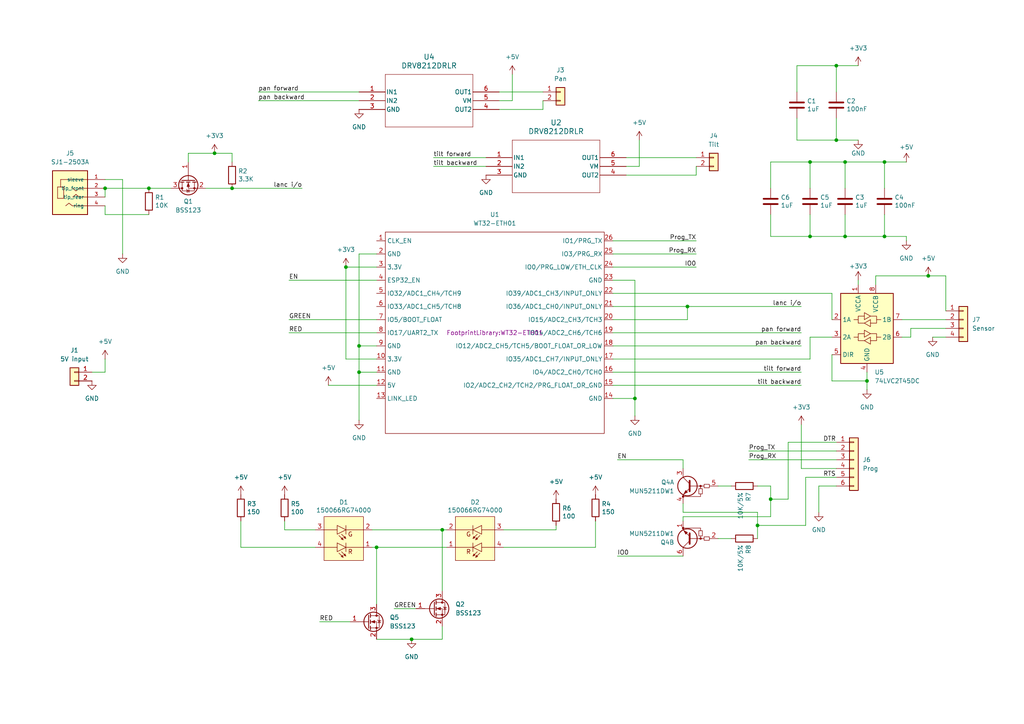
<source format=kicad_sch>
(kicad_sch (version 20231120) (generator "eeschema") (generator_version "8.0")
  (paper "A4")
  (lib_symbols
    (symbol "Connector_Generic:Conn_01x02" (pin_names (offset 1.016) hide)
      (property "Reference" "J" (at 0 2.54 0))
      (property "Value" "Conn_01x02" (at 0 -5.08 0))
      (symbol "Conn_01x02_1_1"
        (rectangle (start -1.27 -2.413) (end 0 -2.667) (stroke (width 0.1524)))
        (rectangle (start -1.27 0.127) (end 0 -0.127) (stroke (width 0.1524)))
        (rectangle (start -1.27 1.27) (end 1.27 -3.81) (stroke (width 0.254)) (fill (type background)))
        (pin passive line (at -5.08 0 0) (length 3.81) (name "Pin_1") (number "1"))
        (pin passive line (at -5.08 -2.54 0) (length 3.81) (name "Pin_2") (number "2"))
      )
    )
    (symbol "Connector_Generic:Conn_01x04" (pin_names (offset 1.016) hide)
      (property "Reference" "J" (at 0 5.08 0))
      (property "Value" "Conn_01x04" (at 0 -7.62 0))
      (symbol "Conn_01x04_1_1"
        (rectangle (start -1.27 -4.953) (end 0 -5.207) (stroke (width 0.1524)))
        (rectangle (start -1.27 -2.413) (end 0 -2.667) (stroke (width 0.1524)))
        (rectangle (start -1.27 0.127) (end 0 -0.127) (stroke (width 0.1524)))
        (rectangle (start -1.27 2.667) (end 0 2.413) (stroke (width 0.1524)))
        (rectangle (start -1.27 3.81) (end 1.27 -6.35) (stroke (width 0.254)) (fill (type background)))
        (pin passive line (at -5.08 2.54 0) (length 3.81) (name "Pin_1") (number "1"))
        (pin passive line (at -5.08 0 0) (length 3.81) (name "Pin_2") (number "2"))
        (pin passive line (at -5.08 -2.54 0) (length 3.81) (name "Pin_3") (number "3"))
        (pin passive line (at -5.08 -5.08 0) (length 3.81) (name "Pin_4") (number "4"))
      )
    )
    (symbol "Connector_Generic:Conn_01x06" (pin_names (offset 1.016) hide)
      (property "Reference" "J" (at 0 7.62 0))
      (property "Value" "Conn_01x06" (at 0 -10.16 0))
      (symbol "Conn_01x06_1_1"
        (rectangle (start -1.27 -7.493) (end 0 -7.747) (stroke (width 0.1524)))
        (rectangle (start -1.27 -4.953) (end 0 -5.207) (stroke (width 0.1524)))
        (rectangle (start -1.27 -2.413) (end 0 -2.667) (stroke (width 0.1524)))
        (rectangle (start -1.27 0.127) (end 0 -0.127) (stroke (width 0.1524)))
        (rectangle (start -1.27 2.667) (end 0 2.413) (stroke (width 0.1524)))
        (rectangle (start -1.27 5.207) (end 0 4.953) (stroke (width 0.1524)))
        (rectangle (start -1.27 6.35) (end 1.27 -8.89) (stroke (width 0.254)) (fill (type background)))
        (pin passive line (at -5.08 5.08 0) (length 3.81) (name "Pin_1") (number "1"))
        (pin passive line (at -5.08 2.54 0) (length 3.81) (name "Pin_2") (number "2"))
        (pin passive line (at -5.08 0 0) (length 3.81) (name "Pin_3") (number "3"))
        (pin passive line (at -5.08 -2.54 0) (length 3.81) (name "Pin_4") (number "4"))
        (pin passive line (at -5.08 -5.08 0) (length 3.81) (name "Pin_5") (number "5"))
        (pin passive line (at -5.08 -7.62 0) (length 3.81) (name "Pin_6") (number "6"))
      )
    )
    (symbol "Device:C" (pin_numbers hide) (pin_names (offset 0.254))
      (property "Reference" "C" (at 0.635 2.54 0))
      (property "Value" "C" (at 0.635 -2.54 0))
      (symbol "C_0_1"
        (polyline (pts (xy -2.032 -0.762) (xy 2.032 -0.762)) (stroke (width 0.508)))
        (polyline (pts (xy -2.032 0.762) (xy 2.032 0.762)) (stroke (width 0.508)))
      )
      (symbol "C_1_1"
        (pin passive line (at 0 3.81 270) (length 2.794) (name "~") (number "1"))
        (pin passive line (at 0 -3.81 90) (length 2.794) (name "~") (number "2"))
      )
    )
    (symbol "Device:R" (pin_numbers hide) (pin_names (offset 0))
      (property "Reference" "R" (at 2.032 0 90))
      (property "Value" "R" (at 0 0 90))
      (symbol "R_0_1"
        (rectangle (start -1.016 -2.54) (end 1.016 2.54) (stroke (width 0.254)))
      )
      (symbol "R_1_1"
        (pin passive line (at 0 3.81 270) (length 1.27) (name "~") (number "1"))
        (pin passive line (at 0 -3.81 90) (length 1.27) (name "~") (number "2"))
      )
    )
    (symbol "Logic_LevelTranslator:74LVC2T45DC"
      (property "Reference" "U" (at 6.35 -11.43 0))
      (property "Value" "74LVC2T45DC" (at 10.16 11.43 0))
      (symbol "74LVC2T45DC_1_1"
        (rectangle (start -7.62 10.16) (end 7.62 -10.16) (stroke (width 0.254)) (fill (type background)))
        (polyline (pts (xy -2.54 -2.54) (xy -2.54 -1.524) (xy -0.762 -1.524)))
        (polyline (pts (xy -2.54 2.54) (xy -2.54 3.556) (xy -0.762 3.556)))
        (polyline (pts (xy 2.794 -2.54) (xy 2.794 -3.556) (xy 1.016 -3.556)))
        (polyline (pts (xy 2.794 2.54) (xy 2.794 1.524) (xy 1.016 1.524)))
        (polyline (pts (xy -0.762 -3.556) (xy -2.54 -3.556) (xy -2.54 -2.54) (xy -3.81 -2.54)))
        (polyline (pts (xy -0.762 -2.54) (xy -0.762 -0.508) (xy 1.016 -1.524) (xy -0.762 -2.54)))
        (polyline (pts (xy -0.762 1.524) (xy -2.54 1.524) (xy -2.54 2.54) (xy -3.81 2.54)))
        (polyline (pts (xy -0.762 2.54) (xy -0.762 4.572) (xy 1.016 3.556) (xy -0.762 2.54)))
        (polyline (pts (xy 1.016 -1.524) (xy 2.794 -1.524) (xy 2.794 -2.54) (xy 4.064 -2.54)))
        (polyline (pts (xy 1.016 3.556) (xy 2.794 3.556) (xy 2.794 2.54) (xy 4.064 2.54)))
        (polyline (pts (xy 1.016 -2.54) (xy 1.016 -4.318) (xy 1.016 -4.572) (xy -0.762 -3.556) (xy 1.016 -2.54)))
        (polyline (pts (xy 1.016 2.54) (xy 1.016 0.762) (xy 1.016 0.508) (xy -0.762 1.524) (xy 1.016 2.54)))
        (pin power_in line (at -2.54 12.7 270) (length 2.54) (name "VCCA") (number "1"))
        (pin bidirectional line (at -10.16 2.54 0) (length 2.54) (name "1A") (number "2"))
        (pin bidirectional line (at -10.16 -2.54 0) (length 2.54) (name "2A") (number "3"))
        (pin power_in line (at 0 -12.7 90) (length 2.54) (name "GND") (number "4"))
        (pin input line (at -10.16 -7.62 0) (length 2.54) (name "DIR") (number "5"))
        (pin bidirectional line (at 10.16 -2.54 180) (length 2.54) (name "2B") (number "6"))
        (pin bidirectional line (at 10.16 2.54 180) (length 2.54) (name "1B") (number "7"))
        (pin power_in line (at 2.54 12.7 270) (length 2.54) (name "VCCB") (number "8"))
      )
    )
    (symbol "Project:150066RG74000" (pin_names (offset 1.016))
      (property "Reference" "D" (at 0 -7.1374 0))
      (property "Value" "150066RG74000" (at 0 -9.144 0))
      (symbol "150066RG74000_0_0"
        (text "G" (at -2.54 0 0) (effects (font (size 1.27 1.27))))
        (text "R" (at -2.54 5.08 0) (effects (font (size 1.27 1.27))))
      )
      (symbol "150066RG74000_0_1"
        (polyline (pts (xy -1.27 -1.27) (xy -6.35 -1.27)))
        (polyline (pts (xy -1.27 0) (xy -1.27 -2.54)))
        (polyline (pts (xy 1.27 -1.27) (xy 5.08 -1.27)))
        (polyline (pts (xy 1.27 -2.54) (xy 1.27 0) (xy -1.27 -1.27) (xy 1.27 -2.54)))
        (polyline (pts (xy 0 0) (xy -1.27 1.27) (xy -1.016 0.635) (xy -0.635 1.016) (xy -1.27 1.27)))
        (rectangle (start 5.08 -5.08) (end -6.35 7.62) (fill (type background)))
      )
      (symbol "150066RG74000_1_1"
        (polyline (pts (xy -1.27 3.81) (xy -6.35 3.81)))
        (polyline (pts (xy -1.27 5.08) (xy -1.27 2.54)))
        (polyline (pts (xy 1.27 3.81) (xy 5.08 3.81)))
        (polyline (pts (xy 1.27 2.54) (xy 1.27 5.08) (xy -1.27 3.81) (xy 1.27 2.54)))
        (polyline (pts (xy 0 5.08) (xy -1.27 6.35) (xy -1.016 5.715) (xy -0.635 6.096) (xy -1.27 6.35)))
        (polyline (pts (xy 0.762 0.381) (xy -0.508 1.651) (xy -0.254 1.016) (xy 0.127 1.397) (xy -0.508 1.651)))
        (polyline (pts (xy 0.762 5.461) (xy -0.508 6.731) (xy -0.254 6.096) (xy 0.127 6.477) (xy -0.508 6.731)))
        (pin passive line (at -8.89 3.81 0) (length 2.54) (name "~") (number "1"))
        (pin passive line (at -8.89 -1.27 0) (length 2.54) (name "~") (number "2"))
        (pin passive line (at 7.62 -1.27 180) (length 2.54) (name "~") (number "3"))
        (pin passive line (at 7.62 3.81 180) (length 2.54) (name "~") (number "4"))
      )
    )
    (symbol "SymbolLibrary:DRV8212DRLR" (pin_names (offset 0.254))
      (property "Reference" "U" (at 20.32 10.16 0))
      (property "Value" "DRV8212DRLR" (at 20.32 7.62 0))
      (symbol "DRV8212DRLR_0_1"
        (polyline (pts (xy 7.62 -10.16) (xy 33.02 -10.16)) (stroke (width 0.127)))
        (polyline (pts (xy 7.62 5.08) (xy 7.62 -10.16)) (stroke (width 0.127)))
        (polyline (pts (xy 33.02 -10.16) (xy 33.02 5.08)) (stroke (width 0.127)))
        (polyline (pts (xy 33.02 5.08) (xy 7.62 5.08)) (stroke (width 0.127)))
        (pin input line (at 0 0 0) (length 7.62) (name "IN1") (number "1"))
        (pin input line (at 0 -2.54 0) (length 7.62) (name "IN2") (number "2"))
        (pin power_out line (at 0 -5.08 0) (length 7.62) (name "GND") (number "3"))
        (pin output line (at 40.64 -5.08 180) (length 7.62) (name "OUT2") (number "4"))
        (pin power_in line (at 40.64 -2.54 180) (length 7.62) (name "VM") (number "5"))
        (pin output line (at 40.64 0 180) (length 7.62) (name "OUT1") (number "6"))
      )
    )
    (symbol "SymbolLibrary:SJ1-2503A" (pin_names (offset 1.016))
      (property "Reference" "J5" (at 0 12.7 0))
      (property "Value" "SJ1-2503A" (at 0 10.16 0))
      (symbol "SJ1-2503A_0_0"
        (rectangle (start -5.08 7.62) (end 5.08 -5.08) (stroke (width 0.254)) (fill (type background)))
        (polyline (pts (xy -3.6195 -0.381) (xy -3.6195 2.921)) (stroke (width 0.1524)))
        (polyline (pts (xy -3.6195 2.921) (xy -2.7305 2.921)) (stroke (width 0.1524)))
        (polyline (pts (xy -2.7305 2.921) (xy -1.8415 2.921)) (stroke (width 0.1524)))
        (polyline (pts (xy -2.7305 5.08) (xy -2.7305 2.921)) (stroke (width 0.1524)))
        (polyline (pts (xy -1.8415 -0.381) (xy -3.6195 -0.381)) (stroke (width 0.1524)))
        (polyline (pts (xy -1.8415 2.921) (xy -1.8415 -0.381)) (stroke (width 0.1524)))
        (polyline (pts (xy -0.3175 -1.778) (xy -1.27 -2.54)) (stroke (width 0.1524)))
        (polyline (pts (xy 0.635 -2.54) (xy -0.3175 -1.778)) (stroke (width 0.1524)))
        (polyline (pts (xy 1.7145 0.762) (xy 0.762 0)) (stroke (width 0.1524)))
        (polyline (pts (xy 1.7145 1.778) (xy 0.762 2.54)) (stroke (width 0.1524)))
        (polyline (pts (xy 2.667 0) (xy 1.7145 0.762)) (stroke (width 0.1524)))
        (polyline (pts (xy 2.667 2.54) (xy 1.7145 1.778)) (stroke (width 0.1524)))
        (polyline (pts (xy 4.953 -2.54) (xy 0.635 -2.54)) (stroke (width 0.1524)))
        (polyline (pts (xy 4.953 0) (xy 2.667 0)) (stroke (width 0.1524)))
        (polyline (pts (xy 5.08 2.54) (xy 2.667 2.54)) (stroke (width 0.1524)))
        (polyline (pts (xy 5.08 5.08) (xy -2.7305 5.08)) (stroke (width 0.1524)))
      )
      (symbol "SJ1-2503A_1_0"
        (pin passive line (at 10.16 5.08 180) (length 5.08) (name "sleeve") (number "1"))
        (pin passive line (at 10.16 2.54 180) (length 5.08) (name "tip_front") (number "2"))
        (pin passive line (at 10.16 0 180) (length 5.08) (name "tip_rear") (number "3"))
        (pin passive line (at 10.16 -2.54 180) (length 5.08) (name "ring") (number "4"))
      )
    )
    (symbol "SymbolLibrary:WT32-ETH01"
      (property "Reference" "U" (at 0 -22.86 0))
      (property "Value" "WT32-ETH01" (at 0 -25.4 0))
      (symbol "WT32-ETH01_0_1"
        (rectangle (start -31.75 29.21) (end 31.75 -29.21))
      )
      (symbol "WT32-ETH01_1_1"
        (pin bidirectional line (at -34.29 26.67 0) (length 2.54) (name "CLK_EN") (number "1"))
        (pin power_out line (at -34.29 -7.62 0) (length 2.54) (name "3.3V") (number "10"))
        (pin power_in line (at -34.29 -11.43 0) (length 2.54) (name "GND") (number "11"))
        (pin power_in line (at -34.29 -15.24 0) (length 2.54) (name "5V") (number "12"))
        (pin output line (at -34.29 -19.05 0) (length 2.54) (name "LINK_LED") (number "13"))
        (pin power_in line (at 34.29 -19.05 180) (length 2.54) (name "GND") (number "14"))
        (pin bidirectional line (at 34.29 -15.24 180) (length 2.54) (name "IO2/ADC2_CH2/TCH2/PRG_FLOAT_OR_GND") (number "15"))
        (pin bidirectional line (at 34.29 -11.43 180) (length 2.54) (name "IO4/ADC2_CH0/TCH0") (number "16"))
        (pin input line (at 34.29 -7.62 180) (length 2.54) (name "IO35/ADC1_CH7/INPUT_ONLY") (number "17"))
        (pin bidirectional line (at 34.29 -3.81 180) (length 2.54) (name "IO12/ADC2_CH5/TCH5/BOOT_FLOAT_OR_LOW") (number "18"))
        (pin bidirectional line (at 34.29 0 180) (length 2.54) (name "IO14/ADC2_CH6/TCH6") (number "19"))
        (pin power_in line (at -34.29 22.86 0) (length 2.54) (name "GND") (number "2"))
        (pin bidirectional line (at 34.29 3.81 180) (length 2.54) (name "IO15/ADC2_CH3/TCH3") (number "20"))
        (pin input line (at 34.29 7.62 180) (length 2.54) (name "IO36/ADC1_CH0/INPUT_ONLY") (number "21"))
        (pin input line (at 34.29 11.43 180) (length 2.54) (name "IO39/ADC1_CH3/INPUT_ONLY") (number "22"))
        (pin power_in line (at 34.29 15.24 180) (length 2.54) (name "GND") (number "23"))
        (pin bidirectional line (at 34.29 19.05 180) (length 2.54) (name "IO0/PRG_LOW/ETH_CLK") (number "24"))
        (pin bidirectional line (at 34.29 22.86 180) (length 2.54) (name "IO3/PRG_RX") (number "25"))
        (pin bidirectional line (at 34.29 26.67 180) (length 2.54) (name "IO1/PRG_TX") (number "26"))
        (pin power_out line (at -34.29 19.05 0) (length 2.54) (name "3.3V") (number "3"))
        (pin bidirectional line (at -34.29 15.24 0) (length 2.54) (name "ESP32_EN") (number "4"))
        (pin bidirectional line (at -34.29 11.43 0) (length 2.54) (name "IO32/ADC1_CH4/TCH9") (number "5"))
        (pin bidirectional line (at -34.29 7.62 0) (length 2.54) (name "IO33/ADC1_CH5/TCH8") (number "6"))
        (pin bidirectional line (at -34.29 3.81 0) (length 2.54) (name "IO5/BOOT_FLOAT") (number "7"))
        (pin bidirectional line (at -34.29 0 0) (length 2.54) (name "IO17/UART2_TX") (number "8"))
        (pin power_in line (at -34.29 -3.81 0) (length 2.54) (name "GND") (number "9"))
      )
    )
    (symbol "Transistor_BJT:MUN5211DW1" (pin_names hide)
      (property "Reference" "Q" (at 3.81 1.27 0))
      (property "Value" "MUN5211DW1" (at 3.81 -1.27 0))
      (symbol "MUN5211DW1_0_1"
        (rectangle (start -6.35 0.508) (end -4.826 -0.508))
        (rectangle (start -4.318 -2.286) (end -3.302 -0.762))
        (circle (center -3.81 0) (radius 0.254) (fill (type outline)))
        (polyline (pts (xy -3.81 -0.762) (xy -3.81 0)))
        (polyline (pts (xy -0.762 0) (xy -4.826 0)))
        (polyline (pts (xy -0.635 1.524) (xy -0.635 -1.524)) (stroke (width 0.508)))
        (polyline (pts (xy -3.81 -2.286) (xy -3.81 -3.048) (xy 1.27 -3.048)))
        (circle (center 1.27 -3.048) (radius 0.254) (fill (type outline)))
      )
      (symbol "MUN5211DW1_1_1"
        (polyline (pts (xy -0.635 0.635) (xy 1.27 2.54)))
        (polyline (pts (xy -0.635 -0.635) (xy 1.27 -2.54) (xy 1.27 -2.54)))
        (polyline (pts (xy 0 -1.778) (xy 0.508 -1.27) (xy 1.016 -2.286) (xy 0 -1.778) (xy 0 -1.778)) (fill (type outline)))
        (circle (center 0 0) (radius 2.8194) (stroke (width 0.254)))
        (pin passive line (at 1.27 5.08 270) (length 2.54) (name "C1") (number "3"))
        (pin passive line (at 1.27 -5.08 90) (length 2.54) (name "E1") (number "4"))
        (pin input line (at -8.89 0 0) (length 2.54) (name "B1") (number "5"))
      )
      (symbol "MUN5211DW1_2_1"
        (polyline (pts (xy -0.635 0.635) (xy 1.27 2.54)))
        (polyline (pts (xy -0.635 -0.635) (xy 1.27 -2.54) (xy 1.27 -2.54)))
        (polyline (pts (xy 0 -1.778) (xy 0.508 -1.27) (xy 1.016 -2.286) (xy 0 -1.778) (xy 0 -1.778)) (fill (type outline)))
        (circle (center 0 0) (radius 2.8194) (stroke (width 0.254)))
        (pin passive line (at 1.27 -5.08 90) (length 2.54) (name "E2") (number "1"))
        (pin input line (at -8.89 0 0) (length 2.54) (name "B2") (number "2"))
        (pin passive line (at 1.27 5.08 270) (length 2.54) (name "C2") (number "6"))
      )
    )
    (symbol "Transistor_FET:BSS123" (pin_names hide)
      (property "Reference" "Q" (at 5.08 1.905 0))
      (property "Value" "BSS123" (at 5.08 0 0))
      (symbol "BSS123_0_1"
        (polyline (pts (xy 0.254 0) (xy -2.54 0)))
        (polyline (pts (xy 0.254 1.905) (xy 0.254 -1.905)) (stroke (width 0.254)))
        (polyline (pts (xy 0.762 -1.27) (xy 0.762 -2.286)) (stroke (width 0.254)))
        (polyline (pts (xy 0.762 0.508) (xy 0.762 -0.508)) (stroke (width 0.254)))
        (polyline (pts (xy 0.762 2.286) (xy 0.762 1.27)) (stroke (width 0.254)))
        (polyline (pts (xy 2.54 2.54) (xy 2.54 1.778)))
        (polyline (pts (xy 2.54 -2.54) (xy 2.54 0) (xy 0.762 0)))
        (polyline (pts (xy 0.762 -1.778) (xy 3.302 -1.778) (xy 3.302 1.778) (xy 0.762 1.778)))
        (polyline (pts (xy 1.016 0) (xy 2.032 0.381) (xy 2.032 -0.381) (xy 1.016 0)) (fill (type outline)))
        (polyline (pts (xy 2.794 0.508) (xy 2.921 0.381) (xy 3.683 0.381) (xy 3.81 0.254)))
        (polyline (pts (xy 3.302 0.381) (xy 2.921 -0.254) (xy 3.683 -0.254) (xy 3.302 0.381)))
        (circle (center 1.651 0) (radius 2.794) (stroke (width 0.254)))
        (circle (center 2.54 -1.778) (radius 0.254) (fill (type outline)))
        (circle (center 2.54 1.778) (radius 0.254) (fill (type outline)))
      )
      (symbol "BSS123_1_1"
        (pin input line (at -5.08 0 0) (length 2.54) (name "G") (number "1"))
        (pin passive line (at 2.54 -5.08 90) (length 2.54) (name "S") (number "2"))
        (pin passive line (at 2.54 5.08 270) (length 2.54) (name "D") (number "3"))
      )
    )
    (symbol "power:+3V3" (power) (pin_numbers hide) (pin_names (offset 0) hide)
      (property "Value" "+3V3" (at 0 3.556 0))
      (symbol "+3V3_0_1"
        (polyline (pts (xy -0.762 1.27) (xy 0 2.54)))
        (polyline (pts (xy 0 0) (xy 0 2.54)))
        (polyline (pts (xy 0 2.54) (xy 0.762 1.27)))
      )
      (symbol "+3V3_1_1"
        (pin power_in line (at 0 0 90) (length 0) (name "~") (number "1"))
      )
    )
    (symbol "power:+5V" (power) (pin_numbers hide) (pin_names (offset 0) hide)
      (property "Value" "+5V" (at 0 3.556 0))
      (symbol "+5V_0_1"
        (polyline (pts (xy -0.762 1.27) (xy 0 2.54)))
        (polyline (pts (xy 0 0) (xy 0 2.54)))
        (polyline (pts (xy 0 2.54) (xy 0.762 1.27)))
      )
      (symbol "+5V_1_1"
        (pin power_in line (at 0 0 90) (length 0) (name "~") (number "1"))
      )
    )
    (symbol "power:GND" (power) (pin_numbers hide) (pin_names (offset 0) hide)
      (property "Value" "GND" (at 0 -3.81 0))
      (symbol "GND_0_1"
        (polyline (pts (xy 0 0) (xy 0 -1.27) (xy 1.27 -1.27) (xy 0 -2.54) (xy -1.27 -1.27) (xy 0 -1.27)))
      )
      (symbol "GND_1_1"
        (pin power_in line (at 0 0 270) (length 0) (name "~") (number "1"))
      )
    )
  )
  (junction (at 242.57 40.64))
  (junction (at 269.24 80.01))
  (junction (at 100.33 77.47))
  (junction (at 256.54 68.58))
  (junction (at 223.52 144.78))
  (junction (at 184.15 115.57))
  (junction (at 234.95 46.99))
  (junction (at 109.22 158.75))
  (junction (at 245.11 68.58))
  (junction (at 43.18 54.61))
  (junction (at 67.31 54.61))
  (junction (at 104.14 100.33))
  (junction (at 199.39 88.9))
  (junction (at 119.38 185.42))
  (junction (at 104.14 107.95))
  (junction (at 219.71 152.4))
  (junction (at 251.46 110.49))
  (junction (at 234.95 68.58))
  (junction (at 128.27 153.67))
  (junction (at 242.57 19.05))
  (junction (at 62.23 44.45))
  (junction (at 30.48 54.61))
  (junction (at 256.54 46.99))
  (junction (at 245.11 46.99))
  (wire (pts (xy 223.52 54.61) (xy 223.52 46.99)))
  (wire (pts (xy 128.27 185.42) (xy 128.27 181.61)))
  (wire (pts (xy 251.46 110.49) (xy 251.46 107.95)))
  (wire (pts (xy 179.07 133.35) (xy 198.12 133.35)))
  (wire (pts (xy 264.16 97.79) (xy 264.16 95.25)))
  (wire (pts (xy 223.52 144.78) (xy 223.52 140.97)))
  (wire (pts (xy 177.8 88.9) (xy 199.39 88.9)))
  (wire (pts (xy 181.61 45.72) (xy 201.93 45.72)))
  (wire (pts (xy 177.8 100.33) (xy 232.41 100.33)))
  (wire (pts (xy 30.48 107.95) (xy 30.48 104.14)))
  (wire (pts (xy 254 80.01) (xy 254 82.55)))
  (wire (pts (xy 234.95 97.79) (xy 241.3 97.79)))
  (wire (pts (xy 234.95 46.99) (xy 245.11 46.99)))
  (wire (pts (xy 228.6 128.27) (xy 228.6 144.78)))
  (wire (pts (xy 104.14 107.95) (xy 109.22 107.95)))
  (wire (pts (xy 201.93 50.8) (xy 201.93 48.26)))
  (wire (pts (xy 144.78 26.67) (xy 157.48 26.67)))
  (wire (pts (xy 228.6 144.78) (xy 223.52 144.78)))
  (wire (pts (xy 242.57 138.43) (xy 233.68 138.43)))
  (wire (pts (xy 256.54 46.99) (xy 245.11 46.99)))
  (wire (pts (xy 30.48 52.07) (xy 35.56 52.07)))
  (wire (pts (xy 179.07 161.29) (xy 198.12 161.29)))
  (wire (pts (xy 198.12 151.13) (xy 198.12 149.86)))
  (wire (pts (xy 184.15 115.57) (xy 184.15 120.65)))
  (wire (pts (xy 185.42 48.26) (xy 181.61 48.26)))
  (wire (pts (xy 242.57 19.05) (xy 231.14 19.05)))
  (wire (pts (xy 83.82 81.28) (xy 109.22 81.28)))
  (wire (pts (xy 104.14 73.66) (xy 104.14 100.33)))
  (wire (pts (xy 104.14 121.92) (xy 104.14 107.95)))
  (wire (pts (xy 157.48 31.75) (xy 157.48 29.21)))
  (wire (pts (xy 30.48 54.61) (xy 43.18 54.61)))
  (wire (pts (xy 30.48 54.61) (xy 30.48 57.15)))
  (wire (pts (xy 208.28 140.97) (xy 212.09 140.97)))
  (wire (pts (xy 274.32 80.01) (xy 274.32 90.17)))
  (wire (pts (xy 219.71 152.4) (xy 219.71 156.21)))
  (wire (pts (xy 241.3 102.87) (xy 241.3 110.49)))
  (wire (pts (xy 74.93 26.67) (xy 104.14 26.67)))
  (wire (pts (xy 54.61 44.45) (xy 62.23 44.45)))
  (wire (pts (xy 223.52 140.97) (xy 219.71 140.97)))
  (wire (pts (xy 107.95 153.67) (xy 128.27 153.67)))
  (wire (pts (xy 104.14 100.33) (xy 109.22 100.33)))
  (wire (pts (xy 233.68 138.43) (xy 233.68 152.4)))
  (wire (pts (xy 231.14 34.29) (xy 231.14 40.64)))
  (wire (pts (xy 245.11 46.99) (xy 245.11 54.61)))
  (wire (pts (xy 242.57 135.89) (xy 232.41 135.89)))
  (wire (pts (xy 67.31 46.99) (xy 67.31 44.45)))
  (wire (pts (xy 237.49 140.97) (xy 237.49 148.59)))
  (wire (pts (xy 241.3 92.71) (xy 241.3 85.09)))
  (wire (pts (xy 69.85 158.75) (xy 91.44 158.75)))
  (wire (pts (xy 256.54 62.23) (xy 256.54 68.58)))
  (wire (pts (xy 254 80.01) (xy 269.24 80.01)))
  (wire (pts (xy 95.25 111.76) (xy 109.22 111.76)))
  (wire (pts (xy 233.68 152.4) (xy 219.71 152.4)))
  (wire (pts (xy 177.8 96.52) (xy 232.41 96.52)))
  (wire (pts (xy 43.18 54.61) (xy 49.53 54.61)))
  (wire (pts (xy 231.14 19.05) (xy 231.14 26.67)))
  (wire (pts (xy 245.11 62.23) (xy 245.11 68.58)))
  (wire (pts (xy 35.56 52.07) (xy 35.56 73.66)))
  (wire (pts (xy 217.17 133.35) (xy 242.57 133.35)))
  (wire (pts (xy 234.95 68.58) (xy 245.11 68.58)))
  (wire (pts (xy 262.89 46.99) (xy 256.54 46.99)))
  (wire (pts (xy 223.52 46.99) (xy 234.95 46.99)))
  (wire (pts (xy 177.8 92.71) (xy 199.39 92.71)))
  (wire (pts (xy 274.32 97.79) (xy 270.51 97.79)))
  (wire (pts (xy 157.48 31.75) (xy 144.78 31.75)))
  (wire (pts (xy 172.72 151.13) (xy 172.72 158.75)))
  (wire (pts (xy 208.28 156.21) (xy 212.09 156.21)))
  (wire (pts (xy 177.8 104.14) (xy 234.95 104.14)))
  (wire (pts (xy 100.33 104.14) (xy 100.33 77.47)))
  (wire (pts (xy 177.8 107.95) (xy 232.41 107.95)))
  (wire (pts (xy 104.14 100.33) (xy 104.14 107.95)))
  (wire (pts (xy 232.41 123.19) (xy 232.41 135.89)))
  (wire (pts (xy 199.39 88.9) (xy 232.41 88.9)))
  (wire (pts (xy 109.22 104.14) (xy 100.33 104.14)))
  (wire (pts (xy 109.22 158.75) (xy 109.22 175.26)))
  (wire (pts (xy 274.32 80.01) (xy 269.24 80.01)))
  (wire (pts (xy 128.27 153.67) (xy 129.54 153.67)))
  (wire (pts (xy 248.92 82.55) (xy 248.92 81.28)))
  (wire (pts (xy 242.57 34.29) (xy 242.57 40.64)))
  (wire (pts (xy 251.46 113.03) (xy 251.46 110.49)))
  (wire (pts (xy 219.71 148.59) (xy 198.12 148.59)))
  (wire (pts (xy 264.16 95.25) (xy 274.32 95.25)))
  (wire (pts (xy 248.92 19.05) (xy 242.57 19.05)))
  (wire (pts (xy 146.05 158.75) (xy 172.72 158.75)))
  (wire (pts (xy 242.57 40.64) (xy 248.92 40.64)))
  (wire (pts (xy 30.48 62.23) (xy 43.18 62.23)))
  (wire (pts (xy 82.55 153.67) (xy 91.44 153.67)))
  (wire (pts (xy 274.32 92.71) (xy 261.62 92.71)))
  (wire (pts (xy 177.8 81.28) (xy 184.15 81.28)))
  (wire (pts (xy 67.31 54.61) (xy 87.63 54.61)))
  (wire (pts (xy 120.65 176.53) (xy 114.3 176.53)))
  (wire (pts (xy 198.12 135.89) (xy 198.12 133.35)))
  (wire (pts (xy 100.33 77.47) (xy 109.22 77.47)))
  (wire (pts (xy 83.82 96.52) (xy 109.22 96.52)))
  (wire (pts (xy 242.57 26.67) (xy 242.57 19.05)))
  (wire (pts (xy 125.73 48.26) (xy 140.97 48.26)))
  (wire (pts (xy 161.29 152.4) (xy 161.29 153.67)))
  (wire (pts (xy 223.52 62.23) (xy 223.52 68.58)))
  (wire (pts (xy 26.67 107.95) (xy 30.48 107.95)))
  (wire (pts (xy 69.85 151.13) (xy 69.85 158.75)))
  (wire (pts (xy 148.59 21.59) (xy 148.59 29.21)))
  (wire (pts (xy 184.15 81.28) (xy 184.15 115.57)))
  (wire (pts (xy 109.22 73.66) (xy 104.14 73.66)))
  (wire (pts (xy 261.62 97.79) (xy 264.16 97.79)))
  (wire (pts (xy 198.12 148.59) (xy 198.12 146.05)))
  (wire (pts (xy 181.61 50.8) (xy 201.93 50.8)))
  (wire (pts (xy 241.3 85.09) (xy 177.8 85.09)))
  (wire (pts (xy 234.95 46.99) (xy 234.95 54.61)))
  (wire (pts (xy 109.22 158.75) (xy 129.54 158.75)))
  (wire (pts (xy 245.11 68.58) (xy 256.54 68.58)))
  (wire (pts (xy 177.8 73.66) (xy 201.93 73.66)))
  (wire (pts (xy 217.17 130.81) (xy 242.57 130.81)))
  (wire (pts (xy 83.82 92.71) (xy 109.22 92.71)))
  (wire (pts (xy 54.61 46.99) (xy 54.61 44.45)))
  (wire (pts (xy 177.8 77.47) (xy 201.93 77.47)))
  (wire (pts (xy 223.52 68.58) (xy 234.95 68.58)))
  (wire (pts (xy 177.8 111.76) (xy 232.41 111.76)))
  (wire (pts (xy 199.39 92.71) (xy 199.39 88.9)))
  (wire (pts (xy 198.12 149.86) (xy 223.52 149.86)))
  (wire (pts (xy 241.3 110.49) (xy 251.46 110.49)))
  (wire (pts (xy 223.52 149.86) (xy 223.52 144.78)))
  (wire (pts (xy 146.05 153.67) (xy 161.29 153.67)))
  (wire (pts (xy 234.95 104.14) (xy 234.95 97.79)))
  (wire (pts (xy 125.73 45.72) (xy 140.97 45.72)))
  (wire (pts (xy 67.31 44.45) (xy 62.23 44.45)))
  (wire (pts (xy 256.54 46.99) (xy 256.54 54.61)))
  (wire (pts (xy 231.14 40.64) (xy 242.57 40.64)))
  (wire (pts (xy 219.71 148.59) (xy 219.71 152.4)))
  (wire (pts (xy 82.55 151.13) (xy 82.55 153.67)))
  (wire (pts (xy 242.57 128.27) (xy 228.6 128.27)))
  (wire (pts (xy 256.54 68.58) (xy 262.89 68.58)))
  (wire (pts (xy 30.48 62.23) (xy 30.48 59.69)))
  (wire (pts (xy 242.57 140.97) (xy 237.49 140.97)))
  (wire (pts (xy 74.93 29.21) (xy 104.14 29.21)))
  (wire (pts (xy 185.42 40.64) (xy 185.42 48.26)))
  (wire (pts (xy 177.8 69.85) (xy 201.93 69.85)))
  (wire (pts (xy 234.95 62.23) (xy 234.95 68.58)))
  (wire (pts (xy 128.27 153.67) (xy 128.27 171.45)))
  (wire (pts (xy 148.59 29.21) (xy 144.78 29.21)))
  (wire (pts (xy 107.95 158.75) (xy 109.22 158.75)))
  (wire (pts (xy 109.22 185.42) (xy 119.38 185.42)))
  (wire (pts (xy 262.89 68.58) (xy 262.89 69.85)))
  (wire (pts (xy 119.38 185.42) (xy 128.27 185.42)))
  (wire (pts (xy 59.69 54.61) (xy 67.31 54.61)))
  (wire (pts (xy 177.8 115.57) (xy 184.15 115.57)))
  (wire (pts (xy 101.6 180.34) (xy 92.71 180.34)))
  (label "Prog_TX" (at 217.17 130.81 0))
  (label "DTR" (at 238.76 128.27 0))
  (label "pan backward" (at 74.93 29.21 0))
  (label "lanc i{slash}o" (at 87.63 54.61 180))
  (label "RED" (at 92.71 180.34 0))
  (label "GREEN" (at 83.82 92.71 0))
  (label "RED" (at 83.82 96.52 0))
  (label "IO0" (at 179.07 161.29 0))
  (label "tilt backward" (at 232.41 111.76 180))
  (label "Prog_RX" (at 201.93 73.66 180))
  (label "tilt backward" (at 125.73 48.26 0))
  (label "Prog_TX" (at 201.93 69.85 180))
  (label "lanc i{slash}o" (at 232.41 88.9 180))
  (label "pan forward" (at 232.41 96.52 180))
  (label "pan backward" (at 232.41 100.33 180))
  (label "EN" (at 83.82 81.28 0))
  (label "RTS" (at 238.76 138.43 0))
  (label "IO0" (at 201.93 77.47 180))
  (label "pan forward" (at 74.93 26.67 0))
  (label "tilt forward" (at 125.73 45.72 0))
  (label "tilt forward" (at 232.41 107.95 180))
  (label "GREEN" (at 114.3 176.53 0))
  (label "EN" (at 179.07 133.35 0))
  (label "Prog_RX" (at 217.17 133.35 0))
  (symbol (lib_id "power:GND") (at 104.14 121.92 0) (unit 1)
    (property "Reference" "#PWR05" (effects (hide yes)))
    (property "Value" "GND" (at 104.14 127 0))
    (property "Description" "Power symbol creates a global label with name \"GND\" , ground" (effects (hide yes)))
  )
  (symbol (lib_id "Connector_Generic:Conn_01x02") (at 162.56 26.67 0) (unit 1)
    (property "Reference" "J3" (at 162.56 20.32 0))
    (property "Value" "Pan" (at 162.56 22.86 0))
    (property "Footprint" "Connector_PinHeader_2.54mm:PinHeader_1x02_P2.54mm_Vertical" (effects (hide yes)))
    (property "Description" "Generic connector, single row, 01x02, script generated (kicad-library-utils/schlib/autogen/connector/)" (effects (hide yes)))
  )
  (symbol (lib_id "power:+3V3") (at 232.41 123.19 0) (unit 1)
    (property "Reference" "#PWR024" (effects (hide yes)))
    (property "Value" "+3V3" (at 232.41 118.11 0))
    (property "Description" "Power symbol creates a global label with name \"+3V3\"" (effects (hide yes)))
  )
  (symbol (lib_id "Connector_Generic:Conn_01x02") (at 207.01 45.72 0) (unit 1)
    (property "Reference" "J4" (at 207.01 39.37 0))
    (property "Value" "Tilt" (at 207.01 41.91 0))
    (property "Footprint" "Connector_PinHeader_2.54mm:PinHeader_1x02_P2.54mm_Vertical" (effects (hide yes)))
    (property "Description" "Generic connector, single row, 01x02, script generated (kicad-library-utils/schlib/autogen/connector/)" (effects (hide yes)))
  )
  (symbol (lib_id "power:GND") (at 248.92 40.64 0) (unit 1)
    (property "Reference" "#PWR025" (effects (hide yes)))
    (property "Value" "GND" (at 248.92 44.45 0))
    (property "Description" "Power symbol creates a global label with name \"GND\" , ground" (effects (hide yes)))
  )
  (symbol (lib_id "Device:R") (at 67.31 50.8 0) (unit 1)
    (property "Reference" "R2" (at 69.088 49.6316 0) (effects (justify left)))
    (property "Value" "3.3K" (at 69.088 51.943 0) (effects (justify left)))
    (property "Footprint" "Resistor_SMD:R_0805_2012Metric" (effects (hide yes)))
  )
  (symbol (lib_id "power:+5V") (at 172.72 143.51 0) (unit 1)
    (property "Reference" "#PWR013" (effects (hide yes)))
    (property "Value" "+5V" (at 172.72 138.43 0))
    (property "Description" "Power symbol creates a global label with name \"+5V\"" (effects (hide yes)))
  )
  (symbol (lib_id "power:GND") (at 184.15 120.65 0) (unit 1)
    (property "Reference" "#PWR06" (effects (hide yes)))
    (property "Value" "GND" (at 184.15 125.73 0))
    (property "Description" "Power symbol creates a global label with name \"GND\" , ground" (effects (hide yes)))
  )
  (symbol (lib_id "power:+5V") (at 82.55 143.51 0) (unit 1)
    (property "Reference" "#PWR018" (effects (hide yes)))
    (property "Value" "+5V" (at 82.55 138.43 0))
    (property "Description" "Power symbol creates a global label with name \"+5V\"" (effects (hide yes)))
  )
  (symbol (lib_id "power:+5V") (at 185.42 40.64 0) (unit 1)
    (property "Reference" "#PWR011" (effects (hide yes)))
    (property "Value" "+5V" (at 185.42 35.56 0))
    (property "Description" "Power symbol creates a global label with name \"+5V\"" (effects (hide yes)))
  )
  (symbol (lib_id "power:+3V3") (at 62.23 44.45 0) (unit 1)
    (property "Reference" "#PWR08" (effects (hide yes)))
    (property "Value" "+3V3" (at 62.23 39.37 0))
    (property "Description" "Power symbol creates a global label with name \"+3V3\"" (effects (hide yes)))
  )
  (symbol (lib_id "power:GND") (at 262.89 69.85 0) (unit 1)
    (property "Reference" "#PWR021" (effects (hide yes)))
    (property "Value" "GND" (at 262.89 74.93 0))
    (property "Description" "Power symbol creates a global label with name \"GND\" , ground" (effects (hide yes)))
  )
  (symbol (lib_id "power:GND") (at 270.51 97.79 0) (unit 1)
    (property "Reference" "#PWR027" (effects (hide yes)))
    (property "Value" "GND" (at 270.51 102.87 0))
    (property "Description" "Power symbol creates a global label with name \"GND\" , ground" (effects (hide yes)))
  )
  (symbol (lib_id "Device:R") (at 172.72 147.32 0) (unit 1)
    (property "Reference" "R4" (at 174.498 146.1516 0) (effects (justify left)))
    (property "Value" "150" (at 174.498 148.463 0) (effects (justify left)))
    (property "Footprint" "Resistor_SMD:R_0805_2012Metric" (effects (hide yes)))
  )
  (symbol (lib_id "Device:C") (at 223.52 58.42 0) (unit 1)
    (property "Reference" "C6" (at 226.441 57.2516 0) (effects (justify left)))
    (property "Value" "1uF" (at 226.441 59.563 0) (effects (justify left)))
    (property "Footprint" "Capacitor_SMD:C_0805_2012Metric" (effects (hide yes)))
  )
  (symbol (lib_id "power:+5V") (at 262.89 46.99 0) (unit 1)
    (property "Reference" "#PWR023" (effects (hide yes)))
    (property "Value" "+5V" (at 262.89 42.672 0))
    (property "Description" "Power symbol creates a global label with name \"+5V\"" (effects (hide yes)))
  )
  (symbol (lib_id "Device:R") (at 43.18 58.42 0) (unit 1)
    (property "Reference" "R1" (at 44.958 57.2516 0) (effects (justify left)))
    (property "Value" "10K" (at 44.958 59.563 0) (effects (justify left)))
    (property "Footprint" "Resistor_SMD:R_0805_2012Metric" (effects (hide yes)))
  )
  (symbol (lib_id "Logic_LevelTranslator:74LVC2T45DC") (at 251.46 95.25 0) (unit 1)
    (property "Reference" "U5" (at 253.6541 107.95 0) (effects (justify left)))
    (property "Value" "74LVC2T45DC" (at 253.6541 110.49 0) (effects (justify left)))
    (property "Footprint" "Package_SO:VSSOP-8_2.3x2mm_P0.5mm" (effects (hide yes)))
    (property "Datasheet" "https://assets.nexperia.com/documents/data-sheet/74LVC_LVCH2T45.pdf" (effects (hide yes)))
    (property "Description" "Dual supply translating transceiver, 3-state, 2-bit, VSSOP-8" (effects (hide yes)))
  )
  (symbol (lib_id "Device:R") (at 69.85 147.32 0) (unit 1)
    (property "Reference" "R3" (at 71.628 146.1516 0) (effects (justify left)))
    (property "Value" "150" (at 71.628 148.463 0) (effects (justify left)))
    (property "Footprint" "Resistor_SMD:R_0805_2012Metric" (effects (hide yes)))
  )
  (symbol (lib_id "power:GND") (at 251.46 113.03 0) (unit 1)
    (property "Reference" "#PWR019" (effects (hide yes)))
    (property "Value" "GND" (at 251.46 118.11 0))
    (property "Description" "Power symbol creates a global label with name \"GND\" , ground" (effects (hide yes)))
  )
  (symbol (lib_id "Transistor_FET:BSS123") (at 106.68 180.34 0) (unit 1)
    (property "Reference" "Q5" (at 113.03 179.0699 0) (effects (justify left)))
    (property "Value" "BSS123" (at 113.03 181.6099 0) (effects (justify left)))
    (property "Footprint" "Package_TO_SOT_SMD:SOT-23" (effects (hide yes)))
    (property "Datasheet" "http://www.diodes.com/assets/Datasheets/ds30366.pdf" (effects (hide yes)))
    (property "Description" "0.17A Id, 100V Vds, N-Channel MOSFET, SOT-23" (effects (hide yes)))
  )
  (symbol (lib_id "power:+5V") (at 30.48 104.14 0) (unit 1)
    (property "Reference" "#PWR02" (effects (hide yes)))
    (property "Value" "+5V" (at 30.48 99.06 0))
    (property "Description" "Power symbol creates a global label with name \"+5V\"" (effects (hide yes)))
  )
  (symbol (lib_id "SymbolLibrary:SJ1-2503A") (at 20.32 57.15 0) (unit 1)
    (property "Reference" "J5" (at 20.32 44.45 0))
    (property "Value" "SJ1-2503A" (at 20.32 46.99 0))
    (property "Footprint" "FootprintLibrary:CUI_SJ1-2503A" (effects (hide yes)))
    (property "MANUFACTURER" "CUI INC" (effects (hide yes)))
    (property "REV" "B" (effects (hide yes)))
  )
  (symbol (lib_id "Project:150066RG74000") (at 99.06 154.94 180) (unit 1)
    (property "Reference" "D1" (at 99.695 145.669 0))
    (property "Value" "150066RG74000" (at 99.695 147.9804 0))
    (property "Footprint" "FootprintLibrary:SMT_RG74000_WRE" (effects (hide yes)))
  )
  (symbol (lib_id "power:+5V") (at 269.24 80.01 0) (unit 1)
    (property "Reference" "#PWR026" (effects (hide yes)))
    (property "Value" "+5V" (at 269.24 74.93 0))
    (property "Description" "Power symbol creates a global label with name \"+5V\"" (effects (hide yes)))
  )
  (symbol (lib_id "Connector_Generic:Conn_01x06") (at 247.65 133.35 0) (unit 1)
    (property "Reference" "J6" (at 250.19 133.3499 0) (effects (justify left)))
    (property "Value" "Prog" (at 250.19 135.8899 0) (effects (justify left)))
    (property "Footprint" "Connector_PinHeader_2.54mm:PinHeader_1x06_P2.54mm_Vertical" (effects (hide yes)))
    (property "Description" "Generic connector, single row, 01x06, script generated (kicad-library-utils/schlib/autogen/connector/)" (effects (hide yes)))
  )
  (symbol (lib_id "power:+5V") (at 161.29 144.78 0) (unit 1)
    (property "Reference" "#PWR014" (effects (hide yes)))
    (property "Value" "+5V" (at 161.29 139.7 0))
    (property "Description" "Power symbol creates a global label with name \"+5V\"" (effects (hide yes)))
  )
  (symbol (lib_id "power:+3V3") (at 248.92 81.28 0) (unit 1)
    (property "Reference" "#PWR028" (effects (hide yes)))
    (property "Value" "+3V3" (at 248.92 77.216 0))
    (property "Description" "Power symbol creates a global label with name \"+3V3\"" (effects (hide yes)))
  )
  (symbol (lib_id "SymbolLibrary:DRV8212DRLR") (at 104.14 26.67 0) (unit 1)
    (property "Reference" "U4" (at 124.46 16.51 0) (effects (font (size 1.524 1.524))))
    (property "Value" "DRV8212DRLR" (at 124.46 19.05 0) (effects (font (size 1.524 1.524))))
    (property "Footprint" "FootprintLibrary:SOT6_DRV8212_TEX" (effects (hide yes)))
    (property "Datasheet" "DRV8212DRLR" (effects (hide yes)))
  )
  (symbol (lib_id "Device:R") (at 215.9 140.97 270) (unit 1)
    (property "Reference" "R7" (at 217.0684 142.748 0) (effects (justify left)))
    (property "Value" "10K/5%" (at 214.757 142.748 0) (effects (justify left)))
    (property "Footprint" "Resistor_SMD:R_0805_2012Metric" (effects (hide yes)))
  )
  (symbol (lib_id "Device:C") (at 234.95 58.42 0) (unit 1)
    (property "Reference" "C5" (at 237.871 57.2516 0) (effects (justify left)))
    (property "Value" "1uF" (at 237.871 59.563 0) (effects (justify left)))
    (property "Footprint" "Capacitor_SMD:C_0805_2012Metric" (effects (hide yes)))
  )
  (symbol (lib_id "Transistor_FET:BSS123") (at 125.73 176.53 0) (unit 1)
    (property "Reference" "Q2" (at 132.08 175.2599 0) (effects (justify left)))
    (property "Value" "BSS123" (at 132.08 177.7999 0) (effects (justify left)))
    (property "Footprint" "Package_TO_SOT_SMD:SOT-23" (effects (hide yes)))
    (property "Datasheet" "http://www.diodes.com/assets/Datasheets/ds30366.pdf" (effects (hide yes)))
    (property "Description" "0.17A Id, 100V Vds, N-Channel MOSFET, SOT-23" (effects (hide yes)))
  )
  (symbol (lib_id "power:+5V") (at 148.59 21.59 0) (unit 1)
    (property "Reference" "#PWR012" (effects (hide yes)))
    (property "Value" "+5V" (at 148.59 16.51 0))
    (property "Description" "Power symbol creates a global label with name \"+5V\"" (effects (hide yes)))
  )
  (symbol (lib_id "Device:C") (at 256.54 58.42 0) (unit 1)
    (property "Reference" "C4" (at 259.461 57.2516 0) (effects (justify left)))
    (property "Value" "100nF" (at 259.461 59.563 0) (effects (justify left)))
    (property "Footprint" "Capacitor_SMD:C_0805_2012Metric" (effects (hide yes)))
  )
  (symbol (lib_id "SymbolLibrary:WT32-ETH01") (at 143.51 96.52 0) (unit 1)
    (property "Reference" "U1" (at 143.51 62.23 0))
    (property "Value" "WT32-ETH01" (at 143.51 64.77 0))
    (property "Footprint" "FootprintLibrary:WT32-ETH01" (at 143.51 96.52 0))
    (property "Description" "An ESP32 Dev board with onboard ethernet. Produced by wireless-tag." (effects (hide yes)))
  )
  (symbol (lib_id "Connector_Generic:Conn_01x02") (at 21.59 107.95 0) (mirror y) (unit 1)
    (property "Reference" "J1" (at 21.59 101.6 0))
    (property "Value" "5V input" (at 21.59 104.14 0))
    (property "Footprint" "Connector_PinHeader_2.54mm:PinHeader_1x02_P2.54mm_Vertical" (effects (hide yes)))
    (property "Description" "Generic connector, single row, 01x02, script generated (kicad-library-utils/schlib/autogen/connector/)" (effects (hide yes)))
  )
  (symbol (lib_id "Device:C") (at 245.11 58.42 0) (unit 1)
    (property "Reference" "C3" (at 248.031 57.2516 0) (effects (justify left)))
    (property "Value" "1uF" (at 248.031 59.563 0) (effects (justify left)))
    (property "Footprint" "Capacitor_SMD:C_0805_2012Metric" (effects (hide yes)))
  )
  (symbol (lib_id "power:GND") (at 119.38 185.42 0) (unit 1)
    (property "Reference" "#PWR015" (effects (hide yes)))
    (property "Value" "GND" (at 119.38 190.5 0))
    (property "Description" "Power symbol creates a global label with name \"GND\" , ground" (effects (hide yes)))
  )
  (symbol (lib_id "Project:150066RG74000") (at 138.43 154.94 0) (mirror x) (unit 1)
    (property "Reference" "D2" (at 137.795 145.669 0))
    (property "Value" "150066RG74000" (at 137.795 147.9804 0))
    (property "Footprint" "FootprintLibrary:SMT_RG74000_WRE" (effects (hide yes)))
  )
  (symbol (lib_id "Connector_Generic:Conn_01x04") (at 279.4 92.71 0) (unit 1)
    (property "Reference" "J7" (at 281.94 92.7099 0) (effects (justify left)))
    (property "Value" "Sensor" (at 281.94 95.2499 0) (effects (justify left)))
    (property "Footprint" "Connector_PinHeader_2.54mm:PinHeader_1x04_P2.54mm_Vertical" (effects (hide yes)))
    (property "Description" "Generic connector, single row, 01x04, script generated (kicad-library-utils/schlib/autogen/connector/)" (effects (hide yes)))
  )
  (symbol (lib_id "Device:C") (at 242.57 30.48 0) (unit 1)
    (property "Reference" "C2" (at 245.491 29.3116 0) (effects (justify left)))
    (property "Value" "100nF" (at 245.491 31.623 0) (effects (justify left)))
    (property "Footprint" "Capacitor_SMD:C_0805_2012Metric" (effects (hide yes)))
  )
  (symbol (lib_id "SymbolLibrary:DRV8212DRLR") (at 140.97 45.72 0) (unit 1)
    (property "Reference" "U2" (at 161.29 35.56 0) (effects (font (size 1.524 1.524))))
    (property "Value" "DRV8212DRLR" (at 161.29 38.1 0) (effects (font (size 1.524 1.524))))
    (property "Footprint" "FootprintLibrary:SOT6_DRV8212_TEX" (effects (hide yes)))
    (property "Datasheet" "DRV8212DRLR" (effects (hide yes)))
  )
  (symbol (lib_id "power:GND") (at 26.67 110.49 0) (unit 1)
    (property "Reference" "#PWR04" (effects (hide yes)))
    (property "Value" "GND" (at 26.67 115.57 0))
    (property "Description" "Power symbol creates a global label with name \"GND\" , ground" (effects (hide yes)))
  )
  (symbol (lib_id "Transistor_BJT:MUN5211DW1") (at 199.39 156.21 180) (unit 2)
    (property "Reference" "Q4" (at 195.58 157.3023 0) (effects (justify left)))
    (property "Value" "MUN5211DW1" (at 195.58 154.7623 0) (effects (justify left)))
    (property "Footprint" "Package_TO_SOT_SMD:SOT-363_SC-70-6" (effects (hide yes)))
    (property "Datasheet" "http://www.onsemi.com/pub/Collateral/DTC114ED-D.PDF" (effects (hide yes)))
    (property "Description" "0.1A Ic, 50V Vce, Dual NPN Bias Resistor Transistors, SOT-363" (effects (hide yes)))
  )
  (symbol (lib_id "Transistor_FET:BSS123") (at 54.61 52.07 90) (mirror x) (unit 1)
    (property "Reference" "Q1" (at 54.61 58.42 90))
    (property "Value" "BSS123" (at 54.61 60.96 90))
    (property "Footprint" "Package_TO_SOT_SMD:SOT-23" (effects (hide yes)))
    (property "Datasheet" "http://www.diodes.com/assets/Datasheets/ds30366.pdf" (effects (hide yes)))
    (property "Description" "0.17A Id, 100V Vds, N-Channel MOSFET, SOT-23" (effects (hide yes)))
  )
  (symbol (lib_id "Device:C") (at 231.14 30.48 0) (unit 1)
    (property "Reference" "C1" (at 234.061 29.3116 0) (effects (justify left)))
    (property "Value" "1uF" (at 234.061 31.623 0) (effects (justify left)))
    (property "Footprint" "Capacitor_SMD:C_0805_2012Metric" (effects (hide yes)))
  )
  (symbol (lib_id "power:+5V") (at 69.85 143.51 0) (unit 1)
    (property "Reference" "#PWR016" (effects (hide yes)))
    (property "Value" "+5V" (at 69.85 138.43 0))
    (property "Description" "Power symbol creates a global label with name \"+5V\"" (effects (hide yes)))
  )
  (symbol (lib_id "power:GND") (at 140.97 50.8 0) (unit 1)
    (property "Reference" "#PWR010" (effects (hide yes)))
    (property "Value" "GND" (at 140.97 55.88 0))
    (property "Description" "Power symbol creates a global label with name \"GND\" , ground" (effects (hide yes)))
  )
  (symbol (lib_id "power:+3V3") (at 248.92 19.05 0) (unit 1)
    (property "Reference" "#PWR022" (effects (hide yes)))
    (property "Value" "+3V3" (at 248.92 13.97 0))
    (property "Description" "Power symbol creates a global label with name \"+3V3\"" (effects (hide yes)))
  )
  (symbol (lib_id "Device:R") (at 161.29 148.59 0) (unit 1)
    (property "Reference" "R6" (at 163.068 147.4216 0) (effects (justify left)))
    (property "Value" "100" (at 163.068 149.733 0) (effects (justify left)))
    (property "Footprint" "Resistor_SMD:R_0805_2012Metric" (effects (hide yes)))
  )
  (symbol (lib_id "Device:R") (at 215.9 156.21 270) (unit 1)
    (property "Reference" "R8" (at 217.0684 157.988 0) (effects (justify left)))
    (property "Value" "10K/5%" (at 214.757 157.988 0) (effects (justify left)))
    (property "Footprint" "Resistor_SMD:R_0805_2012Metric" (effects (hide yes)))
  )
  (symbol (lib_id "power:+3V3") (at 100.33 77.47 0) (unit 1)
    (property "Reference" "#PWR01" (effects (hide yes)))
    (property "Value" "+3V3" (at 100.33 72.39 0))
    (property "Description" "Power symbol creates a global label with name \"+3V3\"" (effects (hide yes)))
  )
  (symbol (lib_id "power:GND") (at 104.14 31.75 0) (unit 1)
    (property "Reference" "#PWR09" (effects (hide yes)))
    (property "Value" "GND" (at 104.14 36.83 0))
    (property "Description" "Power symbol creates a global label with name \"GND\" , ground" (effects (hide yes)))
  )
  (symbol (lib_id "Transistor_BJT:MUN5211DW1") (at 199.39 140.97 0) (mirror y) (unit 1)
    (property "Reference" "Q4" (at 195.58 139.8777 0) (effects (justify left)))
    (property "Value" "MUN5211DW1" (at 195.58 142.4177 0) (effects (justify left)))
    (property "Footprint" "Package_TO_SOT_SMD:SOT-363_SC-70-6" (effects (hide yes)))
    (property "Datasheet" "http://www.onsemi.com/pub/Collateral/DTC114ED-D.PDF" (effects (hide yes)))
    (property "Description" "0.1A Ic, 50V Vce, Dual NPN Bias Resistor Transistors, SOT-363" (effects (hide yes)))
  )
  (symbol (lib_id "power:GND") (at 237.49 148.59 0) (unit 1)
    (property "Reference" "#PWR020" (effects (hide yes)))
    (property "Value" "GND" (at 237.49 153.67 0))
    (property "Description" "Power symbol creates a global label with name \"GND\" , ground" (effects (hide yes)))
  )
  (symbol (lib_id "Device:R") (at 82.55 147.32 0) (unit 1)
    (property "Reference" "R5" (at 84.328 146.1516 0) (effects (justify left)))
    (property "Value" "100" (at 84.328 148.463 0) (effects (justify left)))
    (property "Footprint" "Resistor_SMD:R_0805_2012Metric" (effects (hide yes)))
  )
  (symbol (lib_id "power:+5V") (at 95.25 111.76 0) (unit 1)
    (property "Reference" "#PWR03" (effects (hide yes)))
    (property "Value" "+5V" (at 95.25 106.68 0))
    (property "Description" "Power symbol creates a global label with name \"+5V\"" (effects (hide yes)))
  )
  (symbol (lib_id "power:GND") (at 35.56 73.66 0) (unit 1)
    (property "Reference" "#PWR07" (effects (hide yes)))
    (property "Value" "GND" (at 35.56 78.74 0))
    (property "Description" "Power symbol creates a global label with name \"GND\" , ground" (effects (hide yes)))
  )
)
</source>
